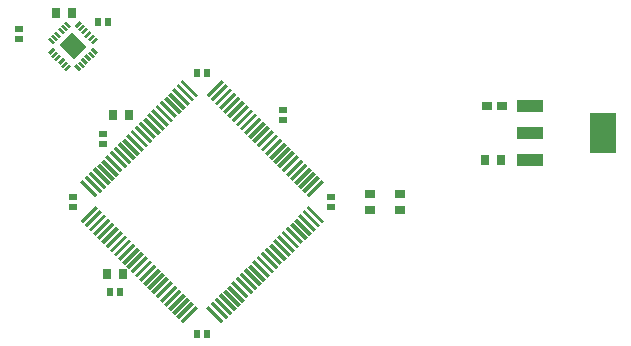
<source format=gtp>
G04 ---------------------------- Layer name :TOP PASTER LAYER*
G04 easyEDA 0.1*
G04 Scale: 100 percent, Rotated: No, Reflected: No *
G04 Dimensions in inches *
G04 leading zeros omitted , absolute positions ,2 integer and 4 * 
%FSLAX24Y24*%
%MOIN*%
G90*
G70D02*

%ADD14R,0.025590X0.023620*%
%ADD15R,0.023620X0.025590*%
%ADD16R,0.027600X0.035400*%
%ADD17R,0.085000X0.043000*%
%ADD18R,0.085000X0.138000*%
%ADD19R,0.035400X0.031500*%
%ADD20R,0.035400X0.027600*%

%LPD*%
G36*
G01X-588382Y680759D02*
G01X-588549Y680926D01*
G01X-588478Y680997D01*
G01X-588311Y680830D01*
G01X-588382Y680759D01*
G37*
G36*
G01X-588276Y680866D02*
G01X-588443Y681032D01*
G01X-588372Y681103D01*
G01X-588205Y680936D01*
G01X-588276Y680866D01*
G37*
G36*
G01X-588163Y680979D02*
G01X-588330Y681146D01*
G01X-588259Y681216D01*
G01X-588092Y681049D01*
G01X-588163Y680979D01*
G37*
G36*
G01X-588050Y681092D02*
G01X-588216Y681259D01*
G01X-588146Y681329D01*
G01X-587979Y681162D01*
G01X-588050Y681092D01*
G37*
G36*
G01X-587936Y681205D02*
G01X-588103Y681372D01*
G01X-588033Y681443D01*
G01X-587866Y681276D01*
G01X-587936Y681205D01*
G37*
G36*
G01X-587830Y681311D02*
G01X-587997Y681478D01*
G01X-587927Y681549D01*
G01X-587760Y681382D01*
G01X-587830Y681311D01*
G37*
G36*
G01X-587760Y681817D02*
G01X-587927Y681650D01*
G01X-587997Y681721D01*
G01X-587830Y681888D01*
G01X-587760Y681817D01*
G37*
G36*
G01X-587866Y681923D02*
G01X-588033Y681756D01*
G01X-588103Y681827D01*
G01X-587936Y681994D01*
G01X-587866Y681923D01*
G37*
G36*
G01X-587979Y682036D02*
G01X-588146Y681870D01*
G01X-588216Y681940D01*
G01X-588050Y682107D01*
G01X-587979Y682036D01*
G37*
G36*
G01X-588092Y682150D02*
G01X-588259Y681983D01*
G01X-588330Y682053D01*
G01X-588163Y682220D01*
G01X-588092Y682150D01*
G37*
G36*
G01X-588205Y682263D02*
G01X-588372Y682096D01*
G01X-588443Y682167D01*
G01X-588276Y682333D01*
G01X-588205Y682263D01*
G37*
G36*
G01X-588311Y682369D02*
G01X-588478Y682202D01*
G01X-588549Y682273D01*
G01X-588382Y682440D01*
G01X-588311Y682369D01*
G37*
G36*
G01X-588817Y682440D02*
G01X-588651Y682273D01*
G01X-588721Y682202D01*
G01X-588888Y682369D01*
G01X-588817Y682440D01*
G37*
G36*
G01X-588924Y682333D02*
G01X-588757Y682167D01*
G01X-588827Y682096D01*
G01X-588994Y682263D01*
G01X-588924Y682333D01*
G37*
G36*
G01X-589037Y682220D02*
G01X-588870Y682053D01*
G01X-588941Y681983D01*
G01X-589107Y682150D01*
G01X-589037Y682220D01*
G37*
G36*
G01X-589150Y682107D02*
G01X-588983Y681940D01*
G01X-589054Y681870D01*
G01X-589221Y682036D01*
G01X-589150Y682107D01*
G37*
G36*
G01X-589263Y681994D02*
G01X-589096Y681827D01*
G01X-589167Y681756D01*
G01X-589334Y681923D01*
G01X-589263Y681994D01*
G37*
G36*
G01X-589369Y681888D02*
G01X-589202Y681721D01*
G01X-589273Y681650D01*
G01X-589440Y681817D01*
G01X-589369Y681888D01*
G37*
G36*
G01X-589440Y681382D02*
G01X-589273Y681549D01*
G01X-589202Y681478D01*
G01X-589369Y681311D01*
G01X-589440Y681382D01*
G37*
G36*
G01X-589334Y681276D02*
G01X-589167Y681443D01*
G01X-589096Y681372D01*
G01X-589263Y681205D01*
G01X-589334Y681276D01*
G37*
G36*
G01X-589221Y681162D02*
G01X-589054Y681329D01*
G01X-588983Y681259D01*
G01X-589150Y681092D01*
G01X-589221Y681162D01*
G37*
G36*
G01X-589107Y681049D02*
G01X-588941Y681216D01*
G01X-588870Y681146D01*
G01X-589037Y680979D01*
G01X-589107Y681049D01*
G37*
G36*
G01X-588994Y680936D02*
G01X-588827Y681103D01*
G01X-588757Y681032D01*
G01X-588924Y680866D01*
G01X-588994Y680936D01*
G37*
G36*
G01X-588888Y680830D02*
G01X-588721Y680997D01*
G01X-588651Y680926D01*
G01X-588817Y680759D01*
G01X-588888Y680830D01*
G37*
G36*
G01X-588577Y681149D02*
G01X-589050Y681622D01*
G01X-588622Y682050D01*
G01X-588149Y681577D01*
G01X-588577Y681149D01*
G37*
G54D14*
G01X-590400Y682170D03*
G01X-590400Y681836D03*
G54D15*
G01X-587430Y682400D03*
G01X-587764Y682400D03*
G54D16*
G01X-589160Y682700D03*
G01X-588640Y682700D03*
G54D17*
G01X-573360Y679600D03*
G01X-573360Y678690D03*
G01X-573360Y677790D03*
G54D18*
G01X-570920Y678690D03*
G54D16*
G01X-574860Y677800D03*
G01X-574340Y677800D03*
G54D19*
G01X-574800Y679600D03*
G01X-574288Y679600D03*
G54D14*
G01X-588600Y676230D03*
G01X-588600Y676564D03*
G01X-580000Y676230D03*
G01X-580000Y676564D03*
G54D15*
G01X-584130Y672000D03*
G01X-584464Y672000D03*
G01X-584470Y680700D03*
G01X-584136Y680700D03*
G54D14*
G01X-581600Y679130D03*
G01X-581600Y679464D03*
G54D15*
G01X-587030Y673400D03*
G01X-587364Y673400D03*
G54D14*
G01X-587600Y678670D03*
G01X-587600Y678336D03*
G54D16*
G01X-586940Y674000D03*
G01X-587460Y674000D03*
G01X-587260Y679300D03*
G01X-586740Y679300D03*
G54D20*
G01X-577700Y676140D03*
G01X-577700Y676660D03*
G01X-578700Y676140D03*
G01X-578700Y676660D03*
G36*
G01X-584927Y672348D02*
G01X-585016Y672436D01*
G01X-584510Y672942D01*
G01X-584422Y672853D01*
G01X-584927Y672348D01*
G37*
G36*
G01X-585069Y672489D02*
G01X-585157Y672577D01*
G01X-584652Y673083D01*
G01X-584563Y672995D01*
G01X-585069Y672489D01*
G37*
G36*
G01X-585203Y672623D02*
G01X-585291Y672712D01*
G01X-584786Y673217D01*
G01X-584697Y673129D01*
G01X-585203Y672623D01*
G37*
G36*
G01X-585344Y672765D02*
G01X-585433Y672853D01*
G01X-584927Y673359D01*
G01X-584839Y673270D01*
G01X-585344Y672765D01*
G37*
G36*
G01X-585486Y672906D02*
G01X-585574Y672995D01*
G01X-585069Y673500D01*
G01X-584980Y673412D01*
G01X-585486Y672906D01*
G37*
G36*
G01X-585620Y673041D02*
G01X-585709Y673129D01*
G01X-585203Y673635D01*
G01X-585115Y673546D01*
G01X-585620Y673041D01*
G37*
G36*
G01X-585762Y673182D02*
G01X-585850Y673270D01*
G01X-585344Y673776D01*
G01X-585256Y673688D01*
G01X-585762Y673182D01*
G37*
G36*
G01X-585903Y673323D02*
G01X-585991Y673412D01*
G01X-585486Y673917D01*
G01X-585398Y673829D01*
G01X-585903Y673323D01*
G37*
G36*
G01X-586037Y673458D02*
G01X-586126Y673546D01*
G01X-585620Y674052D01*
G01X-585532Y673963D01*
G01X-586037Y673458D01*
G37*
G36*
G01X-586179Y673599D02*
G01X-586267Y673688D01*
G01X-585762Y674193D01*
G01X-585673Y674105D01*
G01X-586179Y673599D01*
G37*
G36*
G01X-586320Y673741D02*
G01X-586409Y673829D01*
G01X-585903Y674335D01*
G01X-585815Y674246D01*
G01X-586320Y673741D01*
G37*
G36*
G01X-586455Y673875D02*
G01X-586543Y673963D01*
G01X-586037Y674469D01*
G01X-585949Y674381D01*
G01X-586455Y673875D01*
G37*
G36*
G01X-586596Y674016D02*
G01X-586684Y674105D01*
G01X-586179Y674610D01*
G01X-586090Y674522D01*
G01X-586596Y674016D01*
G37*
G36*
G01X-586737Y674158D02*
G01X-586826Y674246D01*
G01X-586320Y674752D01*
G01X-586232Y674663D01*
G01X-586737Y674158D01*
G37*
G36*
G01X-586872Y674292D02*
G01X-586960Y674381D01*
G01X-586455Y674886D01*
G01X-586366Y674798D01*
G01X-586872Y674292D01*
G37*
G36*
G01X-587013Y674434D02*
G01X-587102Y674522D01*
G01X-586596Y675028D01*
G01X-586508Y674939D01*
G01X-587013Y674434D01*
G37*
G36*
G01X-587155Y674575D02*
G01X-587243Y674663D01*
G01X-586737Y675169D01*
G01X-586649Y675081D01*
G01X-587155Y674575D01*
G37*
G36*
G01X-587289Y674709D02*
G01X-587377Y674798D01*
G01X-586872Y675303D01*
G01X-586783Y675215D01*
G01X-587289Y674709D01*
G37*
G36*
G01X-587430Y674851D02*
G01X-587519Y674939D01*
G01X-587013Y675445D01*
G01X-586925Y675356D01*
G01X-587430Y674851D01*
G37*
G36*
G01X-587572Y674992D02*
G01X-587660Y675081D01*
G01X-587155Y675586D01*
G01X-587066Y675498D01*
G01X-587572Y674992D01*
G37*
G36*
G01X-587713Y675134D02*
G01X-587802Y675222D01*
G01X-587296Y675728D01*
G01X-587208Y675639D01*
G01X-587713Y675134D01*
G37*
G36*
G01X-587848Y675268D02*
G01X-587936Y675356D01*
G01X-587430Y675862D01*
G01X-587342Y675774D01*
G01X-587848Y675268D01*
G37*
G36*
G01X-587989Y675409D02*
G01X-588077Y675498D01*
G01X-587572Y676003D01*
G01X-587483Y675915D01*
G01X-587989Y675409D01*
G37*
G36*
G01X-588130Y675551D02*
G01X-588219Y675639D01*
G01X-587713Y676145D01*
G01X-587625Y676056D01*
G01X-588130Y675551D01*
G37*
G36*
G01X-588265Y675685D02*
G01X-588353Y675774D01*
G01X-587848Y676279D01*
G01X-587759Y676191D01*
G01X-588265Y675685D01*
G37*
G36*
G01X-587759Y676636D02*
G01X-587848Y676548D01*
G01X-588353Y677053D01*
G01X-588265Y677142D01*
G01X-587759Y676636D01*
G37*
G36*
G01X-587618Y676778D02*
G01X-587706Y676689D01*
G01X-588212Y677195D01*
G01X-588123Y677283D01*
G01X-587618Y676778D01*
G37*
G36*
G01X-587483Y676912D02*
G01X-587572Y676824D01*
G01X-588077Y677329D01*
G01X-587989Y677418D01*
G01X-587483Y676912D01*
G37*
G36*
G01X-587342Y677053D02*
G01X-587430Y676965D01*
G01X-587936Y677471D01*
G01X-587848Y677559D01*
G01X-587342Y677053D01*
G37*
G36*
G01X-587201Y677195D02*
G01X-587289Y677107D01*
G01X-587795Y677612D01*
G01X-587706Y677700D01*
G01X-587201Y677195D01*
G37*
G36*
G01X-587066Y677329D02*
G01X-587155Y677241D01*
G01X-587660Y677746D01*
G01X-587572Y677835D01*
G01X-587066Y677329D01*
G37*
G36*
G01X-586925Y677471D02*
G01X-587013Y677382D01*
G01X-587519Y677888D01*
G01X-587430Y677976D01*
G01X-586925Y677471D01*
G37*
G36*
G01X-586783Y677612D02*
G01X-586872Y677524D01*
G01X-587377Y678029D01*
G01X-587289Y678118D01*
G01X-586783Y677612D01*
G37*
G36*
G01X-586649Y677746D02*
G01X-586737Y677658D01*
G01X-587243Y678164D01*
G01X-587155Y678252D01*
G01X-586649Y677746D01*
G37*
G36*
G01X-586508Y677888D02*
G01X-586596Y677799D01*
G01X-587102Y678305D01*
G01X-587013Y678393D01*
G01X-586508Y677888D01*
G37*
G36*
G01X-586366Y678029D02*
G01X-586455Y677941D01*
G01X-586960Y678446D01*
G01X-586872Y678535D01*
G01X-586366Y678029D01*
G37*
G36*
G01X-586232Y678164D02*
G01X-586320Y678075D01*
G01X-586826Y678581D01*
G01X-586737Y678669D01*
G01X-586232Y678164D01*
G37*
G36*
G01X-586090Y678305D02*
G01X-586179Y678217D01*
G01X-586684Y678722D01*
G01X-586596Y678811D01*
G01X-586090Y678305D01*
G37*
G36*
G01X-585949Y678446D02*
G01X-586037Y678358D01*
G01X-586543Y678864D01*
G01X-586455Y678952D01*
G01X-585949Y678446D01*
G37*
G36*
G01X-585815Y678581D02*
G01X-585903Y678492D01*
G01X-586409Y678998D01*
G01X-586320Y679086D01*
G01X-585815Y678581D01*
G37*
G36*
G01X-585673Y678722D02*
G01X-585762Y678634D01*
G01X-586267Y679139D01*
G01X-586179Y679228D01*
G01X-585673Y678722D01*
G37*
G36*
G01X-585532Y678864D02*
G01X-585620Y678775D01*
G01X-586126Y679281D01*
G01X-586037Y679369D01*
G01X-585532Y678864D01*
G37*
G36*
G01X-585398Y678998D02*
G01X-585486Y678910D01*
G01X-585991Y679415D01*
G01X-585903Y679504D01*
G01X-585398Y678998D01*
G37*
G36*
G01X-585256Y679139D02*
G01X-585344Y679051D01*
G01X-585850Y679557D01*
G01X-585762Y679645D01*
G01X-585256Y679139D01*
G37*
G36*
G01X-585115Y679281D02*
G01X-585203Y679192D01*
G01X-585709Y679698D01*
G01X-585620Y679786D01*
G01X-585115Y679281D01*
G37*
G36*
G01X-584973Y679422D02*
G01X-585062Y679334D01*
G01X-585567Y679839D01*
G01X-585479Y679928D01*
G01X-584973Y679422D01*
G37*
G36*
G01X-584839Y679557D02*
G01X-584927Y679468D01*
G01X-585433Y679974D01*
G01X-585344Y680062D01*
G01X-584839Y679557D01*
G37*
G36*
G01X-584697Y679698D02*
G01X-584786Y679610D01*
G01X-585291Y680115D01*
G01X-585203Y680204D01*
G01X-584697Y679698D01*
G37*
G36*
G01X-584556Y679839D02*
G01X-584644Y679751D01*
G01X-585150Y680257D01*
G01X-585062Y680345D01*
G01X-584556Y679839D01*
G37*
G36*
G01X-584422Y679974D02*
G01X-584510Y679885D01*
G01X-585016Y680391D01*
G01X-584927Y680479D01*
G01X-584422Y679974D01*
G37*
G36*
G01X-584065Y679885D02*
G01X-584153Y679974D01*
G01X-583647Y680479D01*
G01X-583559Y680391D01*
G01X-584065Y679885D01*
G37*
G36*
G01X-583930Y679751D02*
G01X-584019Y679839D01*
G01X-583513Y680345D01*
G01X-583425Y680257D01*
G01X-583930Y679751D01*
G37*
G36*
G01X-583789Y679610D02*
G01X-583877Y679698D01*
G01X-583372Y680204D01*
G01X-583283Y680115D01*
G01X-583789Y679610D01*
G37*
G36*
G01X-583647Y679468D02*
G01X-583736Y679557D01*
G01X-583230Y680062D01*
G01X-583142Y679974D01*
G01X-583647Y679468D01*
G37*
G36*
G01X-583513Y679334D02*
G01X-583601Y679422D01*
G01X-583096Y679928D01*
G01X-583007Y679839D01*
G01X-583513Y679334D01*
G37*
G36*
G01X-583372Y679192D02*
G01X-583460Y679281D01*
G01X-582954Y679786D01*
G01X-582866Y679698D01*
G01X-583372Y679192D01*
G37*
G36*
G01X-583230Y679051D02*
G01X-583319Y679139D01*
G01X-582813Y679645D01*
G01X-582725Y679557D01*
G01X-583230Y679051D01*
G37*
G36*
G01X-583089Y678910D02*
G01X-583177Y678998D01*
G01X-582672Y679504D01*
G01X-582583Y679415D01*
G01X-583089Y678910D01*
G37*
G36*
G01X-582954Y678775D02*
G01X-583043Y678864D01*
G01X-582537Y679369D01*
G01X-582449Y679281D01*
G01X-582954Y678775D01*
G37*
G36*
G01X-582813Y678634D02*
G01X-582901Y678722D01*
G01X-582396Y679228D01*
G01X-582307Y679139D01*
G01X-582813Y678634D01*
G37*
G36*
G01X-582672Y678492D02*
G01X-582760Y678581D01*
G01X-582254Y679086D01*
G01X-582166Y678998D01*
G01X-582672Y678492D01*
G37*
G36*
G01X-582537Y678358D02*
G01X-582626Y678446D01*
G01X-582120Y678952D01*
G01X-582032Y678864D01*
G01X-582537Y678358D01*
G37*
G36*
G01X-582396Y678217D02*
G01X-582484Y678305D01*
G01X-581979Y678811D01*
G01X-581890Y678722D01*
G01X-582396Y678217D01*
G37*
G36*
G01X-582254Y678075D02*
G01X-582343Y678164D01*
G01X-581837Y678669D01*
G01X-581749Y678581D01*
G01X-582254Y678075D01*
G37*
G36*
G01X-582120Y677941D02*
G01X-582208Y678029D01*
G01X-581703Y678535D01*
G01X-581614Y678446D01*
G01X-582120Y677941D01*
G37*
G36*
G01X-581979Y677799D02*
G01X-582067Y677888D01*
G01X-581561Y678393D01*
G01X-581473Y678305D01*
G01X-581979Y677799D01*
G37*
G36*
G01X-581837Y677658D02*
G01X-581926Y677746D01*
G01X-581420Y678252D01*
G01X-581332Y678164D01*
G01X-581837Y677658D01*
G37*
G36*
G01X-581703Y677524D02*
G01X-581791Y677612D01*
G01X-581286Y678118D01*
G01X-581197Y678029D01*
G01X-581703Y677524D01*
G37*
G36*
G01X-581561Y677382D02*
G01X-581650Y677471D01*
G01X-581144Y677976D01*
G01X-581056Y677888D01*
G01X-581561Y677382D01*
G37*
G36*
G01X-581420Y677241D02*
G01X-581508Y677329D01*
G01X-581003Y677835D01*
G01X-580914Y677746D01*
G01X-581420Y677241D01*
G37*
G36*
G01X-581286Y677107D02*
G01X-581374Y677195D01*
G01X-580868Y677700D01*
G01X-580780Y677612D01*
G01X-581286Y677107D01*
G37*
G36*
G01X-581144Y676965D02*
G01X-581233Y677053D01*
G01X-580727Y677559D01*
G01X-580639Y677471D01*
G01X-581144Y676965D01*
G37*
G36*
G01X-581003Y676824D02*
G01X-581091Y676912D01*
G01X-580586Y677418D01*
G01X-580497Y677329D01*
G01X-581003Y676824D01*
G37*
G36*
G01X-580868Y676689D02*
G01X-580957Y676778D01*
G01X-580451Y677283D01*
G01X-580363Y677195D01*
G01X-580868Y676689D01*
G37*
G36*
G01X-580727Y676548D02*
G01X-580815Y676636D01*
G01X-580310Y677142D01*
G01X-580221Y677053D01*
G01X-580727Y676548D01*
G37*
G36*
G01X-580221Y675774D02*
G01X-580310Y675685D01*
G01X-580815Y676191D01*
G01X-580727Y676279D01*
G01X-580221Y675774D01*
G37*
G36*
G01X-580356Y675639D02*
G01X-580444Y675551D01*
G01X-580950Y676056D01*
G01X-580861Y676145D01*
G01X-580356Y675639D01*
G37*
G36*
G01X-580497Y675498D02*
G01X-580586Y675409D01*
G01X-581091Y675915D01*
G01X-581003Y676003D01*
G01X-580497Y675498D01*
G37*
G36*
G01X-580639Y675356D02*
G01X-580727Y675268D01*
G01X-581233Y675774D01*
G01X-581144Y675862D01*
G01X-580639Y675356D01*
G37*
G36*
G01X-580773Y675222D02*
G01X-580861Y675134D01*
G01X-581367Y675639D01*
G01X-581279Y675728D01*
G01X-580773Y675222D01*
G37*
G36*
G01X-580914Y675081D02*
G01X-581003Y674992D01*
G01X-581508Y675498D01*
G01X-581420Y675586D01*
G01X-580914Y675081D01*
G37*
G36*
G01X-581056Y674939D02*
G01X-581144Y674851D01*
G01X-581650Y675356D01*
G01X-581561Y675445D01*
G01X-581056Y674939D01*
G37*
G36*
G01X-581197Y674798D02*
G01X-581286Y674709D01*
G01X-581791Y675215D01*
G01X-581703Y675303D01*
G01X-581197Y674798D01*
G37*
G36*
G01X-581332Y674663D02*
G01X-581420Y674575D01*
G01X-581926Y675081D01*
G01X-581837Y675169D01*
G01X-581332Y674663D01*
G37*
G36*
G01X-581473Y674522D02*
G01X-581561Y674434D01*
G01X-582067Y674939D01*
G01X-581979Y675028D01*
G01X-581473Y674522D01*
G37*
G36*
G01X-581614Y674381D02*
G01X-581703Y674292D01*
G01X-582208Y674798D01*
G01X-582120Y674886D01*
G01X-581614Y674381D01*
G37*
G36*
G01X-581749Y674246D02*
G01X-581837Y674158D01*
G01X-582343Y674663D01*
G01X-582254Y674752D01*
G01X-581749Y674246D01*
G37*
G36*
G01X-581890Y674105D02*
G01X-581979Y674016D01*
G01X-582484Y674522D01*
G01X-582396Y674610D01*
G01X-581890Y674105D01*
G37*
G36*
G01X-582032Y673963D02*
G01X-582120Y673875D01*
G01X-582626Y674381D01*
G01X-582537Y674469D01*
G01X-582032Y673963D01*
G37*
G36*
G01X-582166Y673829D02*
G01X-582254Y673741D01*
G01X-582760Y674246D01*
G01X-582672Y674335D01*
G01X-582166Y673829D01*
G37*
G36*
G01X-582307Y673688D02*
G01X-582396Y673599D01*
G01X-582901Y674105D01*
G01X-582813Y674193D01*
G01X-582307Y673688D01*
G37*
G36*
G01X-582449Y673546D02*
G01X-582537Y673458D01*
G01X-583043Y673963D01*
G01X-582954Y674052D01*
G01X-582449Y673546D01*
G37*
G36*
G01X-582583Y673412D02*
G01X-582672Y673323D01*
G01X-583177Y673829D01*
G01X-583089Y673917D01*
G01X-582583Y673412D01*
G37*
G36*
G01X-582725Y673270D02*
G01X-582813Y673182D01*
G01X-583319Y673688D01*
G01X-583230Y673776D01*
G01X-582725Y673270D01*
G37*
G36*
G01X-582866Y673129D02*
G01X-582954Y673041D01*
G01X-583460Y673546D01*
G01X-583372Y673635D01*
G01X-582866Y673129D01*
G37*
G36*
G01X-583000Y672995D02*
G01X-583089Y672906D01*
G01X-583594Y673412D01*
G01X-583506Y673500D01*
G01X-583000Y672995D01*
G37*
G36*
G01X-583142Y672853D02*
G01X-583230Y672765D01*
G01X-583736Y673270D01*
G01X-583647Y673359D01*
G01X-583142Y672853D01*
G37*
G36*
G01X-583283Y672712D02*
G01X-583372Y672623D01*
G01X-583877Y673129D01*
G01X-583789Y673217D01*
G01X-583283Y672712D01*
G37*
G36*
G01X-583418Y672577D02*
G01X-583506Y672489D01*
G01X-584012Y672995D01*
G01X-583923Y673083D01*
G01X-583418Y672577D01*
G37*
G36*
G01X-583559Y672436D02*
G01X-583647Y672348D01*
G01X-584153Y672853D01*
G01X-584065Y672942D01*
G01X-583559Y672436D01*
G37*

M00*
M02*
</source>
